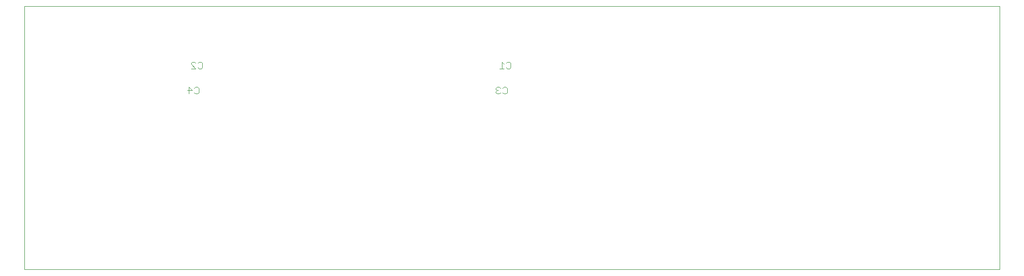
<source format=gbo>
G75*
%MOIN*%
%OFA0B0*%
%FSLAX24Y24*%
%IPPOS*%
%LPD*%
%AMOC8*
5,1,8,0,0,1.08239X$1,22.5*
%
%ADD10C,0.0000*%
%ADD11C,0.0040*%
D10*
X000180Y000180D02*
X000180Y018550D01*
X068172Y018550D01*
X068172Y000180D01*
X000180Y000180D01*
D11*
X011640Y012450D02*
X011640Y012910D01*
X011870Y012680D01*
X011563Y012680D01*
X012024Y012527D02*
X012101Y012450D01*
X012254Y012450D01*
X012331Y012527D01*
X012331Y012834D01*
X012254Y012910D01*
X012101Y012910D01*
X012024Y012834D01*
X012120Y014200D02*
X011813Y014507D01*
X011813Y014584D01*
X011890Y014660D01*
X012044Y014660D01*
X012120Y014584D01*
X012274Y014584D02*
X012351Y014660D01*
X012504Y014660D01*
X012581Y014584D01*
X012581Y014277D01*
X012504Y014200D01*
X012351Y014200D01*
X012274Y014277D01*
X012120Y014200D02*
X011813Y014200D01*
X033063Y012834D02*
X033063Y012757D01*
X033140Y012680D01*
X033063Y012603D01*
X033063Y012527D01*
X033140Y012450D01*
X033294Y012450D01*
X033370Y012527D01*
X033524Y012527D02*
X033601Y012450D01*
X033754Y012450D01*
X033831Y012527D01*
X033831Y012834D01*
X033754Y012910D01*
X033601Y012910D01*
X033524Y012834D01*
X033370Y012834D02*
X033294Y012910D01*
X033140Y012910D01*
X033063Y012834D01*
X033140Y012680D02*
X033217Y012680D01*
X033313Y014200D02*
X033620Y014200D01*
X033467Y014200D02*
X033467Y014660D01*
X033620Y014507D01*
X033774Y014584D02*
X033851Y014660D01*
X034004Y014660D01*
X034081Y014584D01*
X034081Y014277D01*
X034004Y014200D01*
X033851Y014200D01*
X033774Y014277D01*
M02*

</source>
